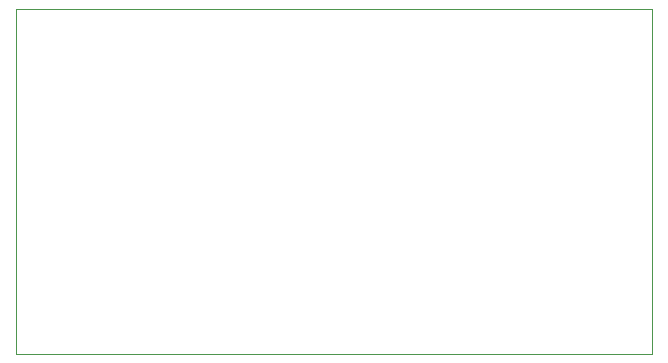
<source format=gbr>
G04 #@! TF.GenerationSoftware,KiCad,Pcbnew,5.1.5-52549c5~84~ubuntu18.04.1*
G04 #@! TF.CreationDate,2020-02-12T19:06:33-05:00*
G04 #@! TF.ProjectId,a3la_db25_to_db9,61336c61-5f64-4623-9235-5f746f5f6462,1*
G04 #@! TF.SameCoordinates,Original*
G04 #@! TF.FileFunction,Profile,NP*
%FSLAX46Y46*%
G04 Gerber Fmt 4.6, Leading zero omitted, Abs format (unit mm)*
G04 Created by KiCad (PCBNEW 5.1.5-52549c5~84~ubuntu18.04.1) date 2020-02-12 19:06:33*
%MOMM*%
%LPD*%
G04 APERTURE LIST*
%ADD10C,0.050000*%
G04 APERTURE END LIST*
D10*
X106426000Y-97282000D02*
X106426000Y-68072000D01*
X160274000Y-97282000D02*
X106426000Y-97282000D01*
X160274000Y-68072000D02*
X160274000Y-97282000D01*
X106426000Y-68072000D02*
X160274000Y-68072000D01*
M02*

</source>
